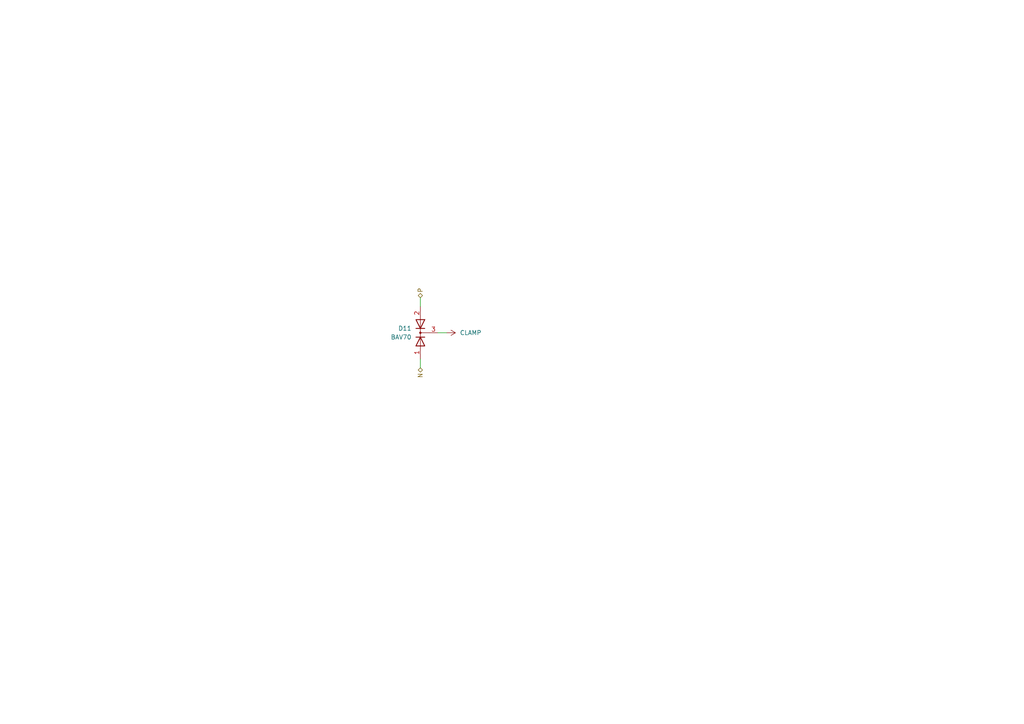
<source format=kicad_sch>
(kicad_sch (version 20231120) (generator "eeschema") (generator_version "8.0")
  (paper "A4")
  (lib_symbols
    (symbol "Diode:BAV70" (pin_names hide)
      (property "Reference" "D" (at 0.635 -2.54 0))
      (property "Value" "BAV70" (at 0 2.54 0))
      (symbol "BAV70_0_1"
        (polyline (pts (xy -3.81 0) (xy 3.81 0)))
        (polyline (pts (xy 0 0) (xy 0 -2.54)))
        (polyline (pts (xy -1.27 -1.27) (xy -1.27 1.27) (xy -1.27 1.27)) (stroke (width 0.254)))
        (polyline (pts (xy 1.27 -1.27) (xy 1.27 1.27) (xy 1.27 1.27)) (stroke (width 0.254)))
        (polyline (pts (xy -3.81 1.27) (xy -1.27 0) (xy -3.81 -1.27) (xy -3.81 1.27) (xy -3.81 1.27) (xy -3.81 1.27)) (stroke (width 0.254)))
        (polyline (pts (xy 3.81 -1.27) (xy 1.27 0) (xy 3.81 1.27) (xy 3.81 -1.27) (xy 3.81 -1.27) (xy 3.81 -1.27)) (stroke (width 0.254)))
        (circle (center 0 0) (radius 0.254) (fill (type outline)))
        (pin passive line (at -7.62 0 0) (length 3.81) (name "A") (number "1"))
        (pin passive line (at 7.62 0 180) (length 3.81) (name "A") (number "2"))
        (pin passive line (at 0 -5.08 90) (length 2.54) (name "K") (number "3"))
      )
    )
    (symbol "power:+1V0" (power) (pin_numbers hide) (pin_names (offset 0) hide)
      (property "Value" "+1V0" (at 0 3.556 0))
      (symbol "+1V0_0_1"
        (polyline (pts (xy -0.762 1.27) (xy 0 2.54)))
        (polyline (pts (xy 0 0) (xy 0 2.54)))
        (polyline (pts (xy 0 2.54) (xy 0.762 1.27)))
      )
      (symbol "+1V0_1_1"
        (pin power_in line (at 0 0 90) (length 0) (name "~") (number "1"))
      )
    )
  )
  (wire (pts (xy 121.92 104.14) (xy 121.92 106.68)))
  (wire (pts (xy 121.92 86.36) (xy 121.92 88.9)))
  (wire (pts (xy 127 96.52) (xy 129.54 96.52)))
  (hierarchical_label "P" (shape bidirectional) (at 121.92 86.36 90))
  (hierarchical_label "N" (shape bidirectional) (at 121.92 106.68 270))
  (symbol (lib_id "Diode:BAV70") (at 121.92 96.52 90) (unit 1)
    (property "Reference" "D11" (at 119.38 95.2499 90) (effects (justify left)))
    (property "Value" "BAV70" (at 119.38 97.7899 90) (effects (justify left)))
    (property "Footprint" "Package_TO_SOT_SMD:SOT-23" (effects (hide yes)))
    (property "Datasheet" "https://assets.nexperia.com/documents/data-sheet/BAV70_SER.pdf" (effects (hide yes)))
    (property "Description" "Dual 100V 215mA high-speed switching diodes, common cathode, SOT-23" (effects (hide yes)))
    (instances (project "bms-segment" (path "" (reference "D11") (unit 1)) (path "" (reference "D13") (unit 1)) (path "" (reference "D14") (unit 1)) (path "" (reference "D6") (unit 1)) (path "" (reference "D8") (unit 1)) (path "" (reference "D12") (unit 1)) (path "" (reference "D9") (unit 1)) (path "" (reference "D10") (unit 1)) (path "" (reference "D15") (unit 1))))
  )
  (symbol (lib_id "power:+1V0") (at 129.54 96.52 270) (unit 1)
    (property "Reference" "#PWR030" (effects (hide yes)))
    (property "Value" "CLAMP" (at 133.35 96.5199 90) (effects (justify left)))
    (property "Description" "Power symbol creates a global label with name \"+1V0\"" (effects (hide yes)))
    (instances (project "bms-segment" (path "" (reference "#PWR030") (unit 1)) (path "" (reference "#PWR040") (unit 1)) (path "" (reference "#PWR041") (unit 1)) (path "" (reference "#PWR034") (unit 1)) (path "" (reference "#PWR035") (unit 1)) (path "" (reference "#PWR031") (unit 1)) (path "" (reference "#PWR037") (unit 1)) (path "" (reference "#PWR038") (unit 1)) (path "" (reference "#PWR043") (unit 1))))
  )
)
</source>
